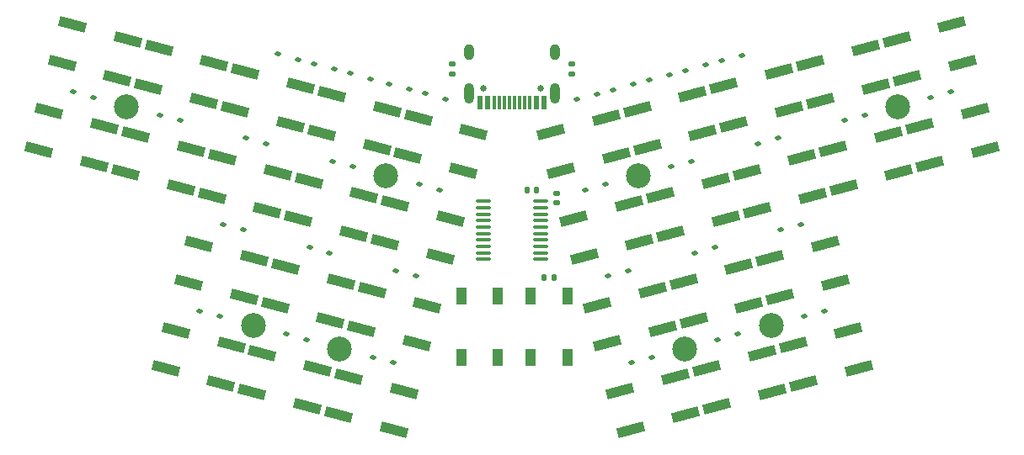
<source format=gbr>
%TF.GenerationSoftware,KiCad,Pcbnew,8.0.0*%
%TF.CreationDate,2024-03-10T21:35:39-05:00*%
%TF.ProjectId,idawgz32,69646177-677a-4333-922e-6b696361645f,rev?*%
%TF.SameCoordinates,Original*%
%TF.FileFunction,Soldermask,Top*%
%TF.FilePolarity,Negative*%
%FSLAX46Y46*%
G04 Gerber Fmt 4.6, Leading zero omitted, Abs format (unit mm)*
G04 Created by KiCad (PCBNEW 8.0.0) date 2024-03-10 21:35:39*
%MOMM*%
%LPD*%
G01*
G04 APERTURE LIST*
G04 Aperture macros list*
%AMRoundRect*
0 Rectangle with rounded corners*
0 $1 Rounding radius*
0 $2 $3 $4 $5 $6 $7 $8 $9 X,Y pos of 4 corners*
0 Add a 4 corners polygon primitive as box body*
4,1,4,$2,$3,$4,$5,$6,$7,$8,$9,$2,$3,0*
0 Add four circle primitives for the rounded corners*
1,1,$1+$1,$2,$3*
1,1,$1+$1,$4,$5*
1,1,$1+$1,$6,$7*
1,1,$1+$1,$8,$9*
0 Add four rect primitives between the rounded corners*
20,1,$1+$1,$2,$3,$4,$5,0*
20,1,$1+$1,$4,$5,$6,$7,0*
20,1,$1+$1,$6,$7,$8,$9,0*
20,1,$1+$1,$8,$9,$2,$3,0*%
%AMRotRect*
0 Rectangle, with rotation*
0 The origin of the aperture is its center*
0 $1 length*
0 $2 width*
0 $3 Rotation angle, in degrees counterclockwise*
0 Add horizontal line*
21,1,$1,$2,0,0,$3*%
G04 Aperture macros list end*
%ADD10RotRect,2.750000X1.000000X15.000000*%
%ADD11RoundRect,0.112500X-0.151994X-0.157195X0.210228X-0.060138X0.151994X0.157195X-0.210228X0.060138X0*%
%ADD12R,1.100000X1.800000*%
%ADD13C,2.500000*%
%ADD14RotRect,2.750000X1.000000X345.000000*%
%ADD15RoundRect,0.112500X0.210228X0.060138X-0.151994X0.157195X-0.210228X-0.060138X0.151994X-0.157195X0*%
%ADD16RoundRect,0.135000X0.135000X0.185000X-0.135000X0.185000X-0.135000X-0.185000X0.135000X-0.185000X0*%
%ADD17RoundRect,0.140000X0.170000X-0.140000X0.170000X0.140000X-0.170000X0.140000X-0.170000X-0.140000X0*%
%ADD18RoundRect,0.140000X0.140000X0.170000X-0.140000X0.170000X-0.140000X-0.170000X0.140000X-0.170000X0*%
%ADD19RoundRect,0.135000X0.185000X-0.135000X0.185000X0.135000X-0.185000X0.135000X-0.185000X-0.135000X0*%
%ADD20RoundRect,0.100000X-0.637500X-0.100000X0.637500X-0.100000X0.637500X0.100000X-0.637500X0.100000X0*%
%ADD21C,0.650000*%
%ADD22R,0.600000X1.450000*%
%ADD23R,0.300000X1.450000*%
%ADD24O,1.000000X2.100000*%
%ADD25O,1.000000X1.600000*%
G04 APERTURE END LIST*
D10*
%TO.C,SW8*%
X83656641Y-52073757D03*
X89220373Y-50582959D03*
X84691917Y-55937461D03*
X90255649Y-54446663D03*
%TD*%
D11*
%TO.C,D30*%
X91765352Y-75265301D03*
X93793796Y-74721781D03*
%TD*%
D12*
%TO.C,SW42*%
X65968851Y-77101876D03*
X65968851Y-70901876D03*
X69668851Y-77101876D03*
X69668851Y-70901876D03*
%TD*%
D13*
%TO.C,H4*%
X109854168Y-51817947D03*
%TD*%
D14*
%TO.C,SW23*%
X48305250Y-67969623D03*
X53868982Y-69460421D03*
X47269974Y-71833327D03*
X52833706Y-73324125D03*
%TD*%
D15*
%TO.C,D29*%
X50419013Y-75265301D03*
X48390569Y-74721781D03*
%TD*%
D14*
%TO.C,SW25*%
X56998586Y-70298988D03*
X62562318Y-71789786D03*
X55963310Y-74162692D03*
X61527042Y-75653490D03*
%TD*%
D15*
%TO.C,D15*%
X46384425Y-55549262D03*
X44355981Y-55005742D03*
%TD*%
D11*
%TO.C,D6*%
X84882361Y-49157137D03*
X86910805Y-48613617D03*
%TD*%
D16*
%TO.C,R1*%
X75344368Y-69001877D03*
X74324368Y-69001877D03*
%TD*%
D14*
%TO.C,SW21*%
X39611917Y-65640253D03*
X45175649Y-67131051D03*
X38576641Y-69503957D03*
X44140373Y-70994755D03*
%TD*%
D11*
%TO.C,D24*%
X89435980Y-66571962D03*
X91464424Y-66028442D03*
%TD*%
%TO.C,D18*%
X87106610Y-57878632D03*
X89135054Y-57335112D03*
%TD*%
D15*
%TO.C,D3*%
X53195971Y-48056928D03*
X51167527Y-47513408D03*
%TD*%
D11*
%TO.C,D2*%
X92126801Y-47215994D03*
X94155245Y-46672474D03*
%TD*%
%TO.C,D10*%
X113186603Y-50890524D03*
X115215047Y-50347004D03*
%TD*%
D10*
%TO.C,SW24*%
X88315381Y-69460421D03*
X93879113Y-67969623D03*
X89350657Y-73324125D03*
X94914389Y-71833327D03*
%TD*%
D11*
%TO.C,D14*%
X104493276Y-53219895D03*
X106521720Y-52676375D03*
%TD*%
D14*
%TO.C,SW19*%
X59327955Y-61605662D03*
X64891687Y-63096460D03*
X58292679Y-65469366D03*
X63856411Y-66960164D03*
%TD*%
D10*
%TO.C,SW2*%
X109736637Y-45085641D03*
X115300369Y-43594843D03*
X110771913Y-48949345D03*
X116335645Y-47458547D03*
%TD*%
D14*
%TO.C,SW13*%
X33247960Y-54617547D03*
X38811692Y-56108345D03*
X32212684Y-58481251D03*
X37776416Y-59972049D03*
%TD*%
%TO.C,SW1*%
X26883998Y-43594847D03*
X32447730Y-45085645D03*
X25848722Y-47458551D03*
X31412454Y-48949349D03*
%TD*%
D13*
%TO.C,H3*%
X83774173Y-58806057D03*
%TD*%
D14*
%TO.C,SW11*%
X61657324Y-52912326D03*
X67221056Y-54403124D03*
X60622048Y-56776030D03*
X66185780Y-58266828D03*
%TD*%
D10*
%TO.C,SW26*%
X79622049Y-71789797D03*
X85185781Y-70298999D03*
X80657325Y-75653501D03*
X86221057Y-74162703D03*
%TD*%
D15*
%TO.C,D19*%
X63771088Y-60208005D03*
X61742644Y-59664485D03*
%TD*%
D13*
%TO.C,H8*%
X97126245Y-73863353D03*
%TD*%
%TO.C,H2*%
X58410208Y-58806057D03*
%TD*%
D11*
%TO.C,D8*%
X81260137Y-50127701D03*
X83288581Y-49584181D03*
%TD*%
D17*
%TO.C,C1*%
X75584370Y-61501872D03*
X75584370Y-60541872D03*
%TD*%
D14*
%TO.C,SW3*%
X35577327Y-45924210D03*
X41141059Y-47415008D03*
X34542051Y-49787914D03*
X40105783Y-51278712D03*
%TD*%
D10*
%TO.C,SW6*%
X92349973Y-49744390D03*
X97913705Y-48253592D03*
X93385249Y-53608094D03*
X98948981Y-52117296D03*
%TD*%
D18*
%TO.C,C2*%
X73544369Y-60251875D03*
X72584369Y-60251875D03*
%TD*%
D11*
%TO.C,D4*%
X88504579Y-48186561D03*
X90533023Y-47643041D03*
%TD*%
%TO.C,D32*%
X83072024Y-77594668D03*
X85100468Y-77051148D03*
%TD*%
D19*
%TO.C,R5*%
X65084367Y-48511874D03*
X65084367Y-47491874D03*
%TD*%
D20*
%TO.C,U1*%
X68229683Y-61357912D03*
X68229683Y-62007912D03*
X68229683Y-62657912D03*
X68229683Y-63307912D03*
X68229683Y-63957912D03*
X68229683Y-64607912D03*
X68229683Y-65257912D03*
X68229683Y-65907912D03*
X68229683Y-66557912D03*
X68229683Y-67207912D03*
X73954683Y-67207912D03*
X73954683Y-66557912D03*
X73954683Y-65907912D03*
X73954683Y-65257912D03*
X73954683Y-64607912D03*
X73954683Y-63957912D03*
X73954683Y-63307912D03*
X73954683Y-62657912D03*
X73954683Y-62007912D03*
X73954683Y-61357912D03*
%TD*%
D13*
%TO.C,H6*%
X53751469Y-76192718D03*
%TD*%
D11*
%TO.C,D16*%
X95799936Y-55549262D03*
X97828380Y-55005742D03*
%TD*%
%TO.C,D20*%
X78413276Y-60208011D03*
X80441720Y-59664491D03*
%TD*%
D10*
%TO.C,SW18*%
X85986011Y-60767085D03*
X91549743Y-59276287D03*
X87021287Y-64630789D03*
X92585019Y-63139991D03*
%TD*%
%TO.C,SW16*%
X94679338Y-58437715D03*
X100243070Y-56946917D03*
X95714614Y-62301419D03*
X101278346Y-60810621D03*
%TD*%
D11*
%TO.C,D12*%
X77637912Y-51098280D03*
X79666356Y-50554760D03*
%TD*%
%TO.C,D26*%
X80742649Y-68901335D03*
X82771093Y-68357815D03*
%TD*%
D14*
%TO.C,SW29*%
X45975879Y-76662958D03*
X51539611Y-78153756D03*
X44940603Y-80526662D03*
X50504335Y-82017460D03*
%TD*%
D19*
%TO.C,R4*%
X77084366Y-48511876D03*
X77084366Y-47491876D03*
%TD*%
D15*
%TO.C,D11*%
X64352416Y-51046284D03*
X62323972Y-50502764D03*
%TD*%
D10*
%TO.C,SW32*%
X81951423Y-80483124D03*
X87515155Y-78992326D03*
X82986699Y-84346828D03*
X88550431Y-82856030D03*
%TD*%
%TO.C,SW12*%
X74963303Y-54403126D03*
X80527035Y-52912328D03*
X75998579Y-58266830D03*
X81562311Y-56776032D03*
%TD*%
D14*
%TO.C,SW15*%
X41941288Y-56946923D03*
X47505020Y-58437721D03*
X40906012Y-60810627D03*
X46469744Y-62301425D03*
%TD*%
D10*
%TO.C,SW14*%
X103372681Y-56108345D03*
X108936413Y-54617547D03*
X104407957Y-59972049D03*
X109971689Y-58481251D03*
%TD*%
D14*
%TO.C,SW5*%
X44270664Y-48253582D03*
X49834396Y-49744380D03*
X43235388Y-52117286D03*
X48799120Y-53608084D03*
%TD*%
D15*
%TO.C,D27*%
X41725682Y-72935929D03*
X39697238Y-72392409D03*
%TD*%
%TO.C,D13*%
X37691095Y-53219892D03*
X35662651Y-52676372D03*
%TD*%
D21*
%TO.C,J1*%
X73974366Y-49966875D03*
X68194366Y-49966875D03*
D22*
X74334366Y-51411875D03*
X73534366Y-51411875D03*
D23*
X72334366Y-51411875D03*
X71334366Y-51411875D03*
X70834366Y-51411875D03*
X69834366Y-51411875D03*
D22*
X68634366Y-51411875D03*
X67834366Y-51411875D03*
X67834366Y-51411875D03*
X68634366Y-51411875D03*
D23*
X69334366Y-51411875D03*
X70334366Y-51411875D03*
X71834366Y-51411875D03*
X72834366Y-51411875D03*
D22*
X73534366Y-51411875D03*
X74334366Y-51411875D03*
D24*
X75404366Y-50496875D03*
D25*
X75404366Y-46316875D03*
D24*
X66764366Y-50496875D03*
D25*
X66764366Y-46316875D03*
%TD*%
D13*
%TO.C,H1*%
X32330212Y-51817942D03*
%TD*%
D10*
%TO.C,SW28*%
X99338087Y-75824379D03*
X104901819Y-74333581D03*
X100373363Y-79688083D03*
X105937095Y-78197285D03*
%TD*%
D13*
%TO.C,H5*%
X45058133Y-73863350D03*
%TD*%
D10*
%TO.C,SW22*%
X97008715Y-67131043D03*
X102572447Y-65640245D03*
X98043991Y-70994747D03*
X103607723Y-69503949D03*
%TD*%
D14*
%TO.C,SW31*%
X54669210Y-78992323D03*
X60232942Y-80483121D03*
X53633934Y-82856027D03*
X59197666Y-84346825D03*
%TD*%
D15*
%TO.C,D7*%
X60730191Y-50075717D03*
X58701747Y-49532197D03*
%TD*%
D11*
%TO.C,D28*%
X100458681Y-72935928D03*
X102487125Y-72392408D03*
%TD*%
D15*
%TO.C,D5*%
X56818193Y-49027497D03*
X54789749Y-48483977D03*
%TD*%
%TO.C,D21*%
X44055053Y-64242592D03*
X42026609Y-63699072D03*
%TD*%
D11*
%TO.C,D22*%
X98129314Y-64242595D03*
X100157758Y-63699075D03*
%TD*%
D10*
%TO.C,SW10*%
X112066008Y-53778975D03*
X117629740Y-52288177D03*
X113101284Y-57642679D03*
X118665016Y-56151881D03*
%TD*%
D12*
%TO.C,SW41*%
X72968851Y-77101872D03*
X72968851Y-70901872D03*
X76668851Y-77101872D03*
X76668851Y-70901872D03*
%TD*%
D10*
%TO.C,SW20*%
X77292680Y-63096461D03*
X82856412Y-61605663D03*
X78327956Y-66960165D03*
X83891688Y-65469367D03*
%TD*%
%TO.C,SW30*%
X90644757Y-78153752D03*
X96208489Y-76662954D03*
X91680033Y-82017456D03*
X97243765Y-80526658D03*
%TD*%
D14*
%TO.C,SW7*%
X52963996Y-50582957D03*
X58527728Y-52073755D03*
X51928720Y-54446661D03*
X57492452Y-55937459D03*
%TD*%
D15*
%TO.C,D25*%
X61441718Y-68901345D03*
X59413274Y-68357825D03*
%TD*%
%TO.C,D23*%
X52748386Y-66571968D03*
X50719942Y-66028448D03*
%TD*%
%TO.C,D17*%
X55077757Y-57878638D03*
X53049313Y-57335118D03*
%TD*%
D14*
%TO.C,SW9*%
X24554627Y-52288172D03*
X30118359Y-53778970D03*
X23519351Y-56151876D03*
X29083083Y-57642674D03*
%TD*%
D15*
%TO.C,D9*%
X28997760Y-50890516D03*
X26969316Y-50346996D03*
%TD*%
%TO.C,D1*%
X49573749Y-47086356D03*
X47545305Y-46542836D03*
%TD*%
D10*
%TO.C,SW4*%
X101043307Y-47415008D03*
X106607039Y-45924210D03*
X102078583Y-51278712D03*
X107642315Y-49787914D03*
%TD*%
D14*
%TO.C,SW17*%
X50634619Y-59276292D03*
X56198351Y-60767090D03*
X49599343Y-63139996D03*
X55163075Y-64630794D03*
%TD*%
%TO.C,SW27*%
X37282548Y-74333586D03*
X42846280Y-75824384D03*
X36247272Y-78197290D03*
X41811004Y-79688088D03*
%TD*%
D15*
%TO.C,D31*%
X59112348Y-77594675D03*
X57083904Y-77051155D03*
%TD*%
D13*
%TO.C,H7*%
X88432913Y-76192723D03*
%TD*%
M02*

</source>
